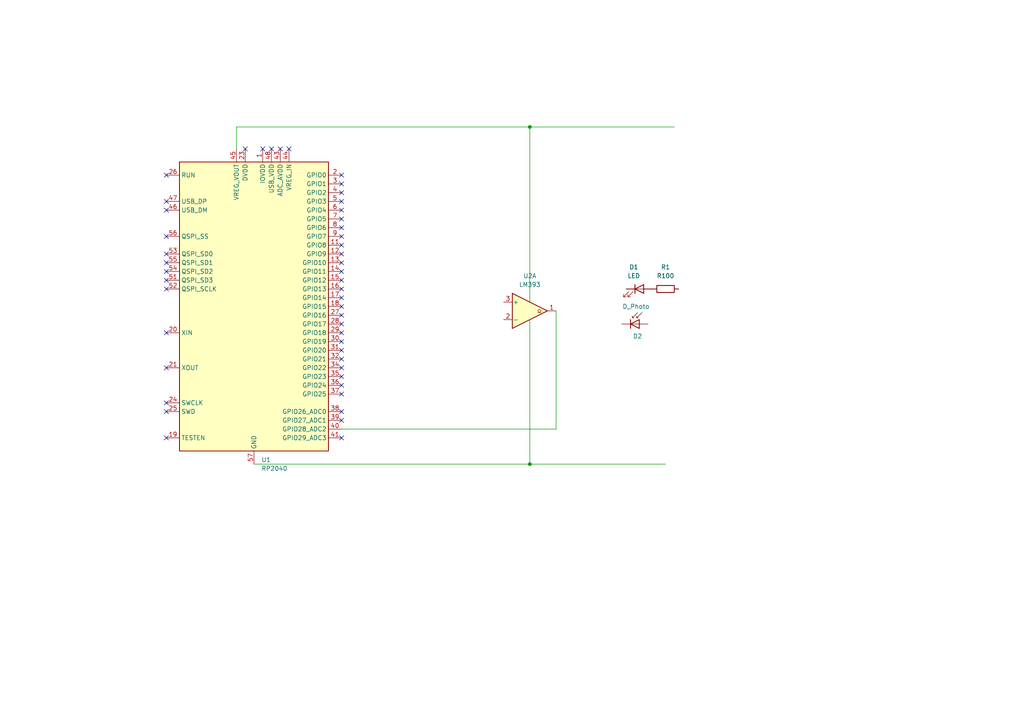
<source format=kicad_sch>
(kicad_sch (version 20250114) (generator "eeschema") (generator_version "9.0")
  (paper "A4")
  (lib_symbols
    (symbol "Comparator:LM393" (pin_names (offset 0.127))
      (property "Reference" "U" (at 3.81 3.81 0))
      (property "Value" "LM393" (at 6.35 -3.81 0))
      (symbol "LM393_1_1"
        (polyline (pts (xy -5.08 5.08) (xy 5.08 0) (xy -5.08 -5.08) (xy -5.08 5.08)) (stroke (width 0.254)) (fill (type background)))
        (polyline (pts (xy 3.302 -0.508) (xy 2.794 -0.508) (xy 3.302 0) (xy 2.794 0.508) (xy 2.286 0) (xy 2.794 -0.508) (xy 2.286 -0.508)) (stroke (width 0.127)))
        (pin input line (at -7.62 2.54 0) (length 2.54) (name "+") (number "3"))
        (pin input line (at -7.62 -2.54 0) (length 2.54) (name "-") (number "2"))
        (pin open_collector line (at 7.62 0 180) (length 2.54) (name "~") (number "1"))
      )
      (symbol "LM393_2_1"
        (polyline (pts (xy -5.08 5.08) (xy 5.08 0) (xy -5.08 -5.08) (xy -5.08 5.08)) (stroke (width 0.254)) (fill (type background)))
        (polyline (pts (xy 3.302 -0.508) (xy 2.794 -0.508) (xy 3.302 0) (xy 2.794 0.508) (xy 2.286 0) (xy 2.794 -0.508) (xy 2.286 -0.508)) (stroke (width 0.127)))
        (pin input line (at -7.62 2.54 0) (length 2.54) (name "+") (number "5"))
        (pin input line (at -7.62 -2.54 0) (length 2.54) (name "-") (number "6"))
        (pin open_collector line (at 7.62 0 180) (length 2.54) (name "~") (number "7"))
      )
      (symbol "LM393_3_1"
        (pin power_in line (at -2.54 7.62 270) (length 3.81) (name "V+") (number "8"))
        (pin power_in line (at -2.54 -7.62 90) (length 3.81) (name "V-") (number "4"))
      )
    )
    (symbol "Device:D_Photo" (pin_numbers (hide yes)) (pin_names (hide yes))
      (property "Reference" "D" (at 0.508 1.778 0))
      (property "Value" "D_Photo" (at -1.016 -2.794 0))
      (symbol "D_Photo_0_1"
        (polyline (pts (xy -2.54 1.27) (xy -2.54 -1.27)) (stroke (width 0.254)))
        (polyline (pts (xy -2.032 1.778) (xy -1.524 1.778)))
        (polyline (pts (xy -0.508 3.302) (xy -2.032 1.778) (xy -2.032 2.286)))
        (polyline (pts (xy 0 0) (xy -2.54 0)))
        (polyline (pts (xy 0 -1.27) (xy 0 1.27) (xy -2.54 0) (xy 0 -1.27)) (stroke (width 0.254)))
        (polyline (pts (xy 0.762 3.302) (xy -0.762 1.778) (xy -0.762 2.286) (xy -0.762 1.778) (xy -0.254 1.778)))
      )
      (symbol "D_Photo_1_1"
        (pin passive line (at -5.08 0 0) (length 2.54) (name "K") (number "1"))
        (pin passive line (at 2.54 0 180) (length 2.54) (name "A") (number "2"))
      )
    )
    (symbol "Device:LED" (pin_numbers (hide yes)) (pin_names (offset 1.016) (hide yes))
      (property "Reference" "D" (at 0 2.54 0))
      (property "Value" "LED" (at 0 -6.35 0))
      (symbol "LED_0_1"
        (polyline (pts (xy -3.048 -4.572) (xy -4.572 -6.096) (xy -3.81 -6.096) (xy -4.572 -6.096) (xy -4.572 -5.334)))
        (polyline (pts (xy -1.778 -4.572) (xy -3.302 -6.096) (xy -2.54 -6.096) (xy -3.302 -6.096) (xy -3.302 -5.334)))
        (polyline (pts (xy -1.27 -3.81) (xy 1.27 -3.81)))
        (polyline (pts (xy -1.27 -5.08) (xy -1.27 -2.54)) (stroke (width 0.254)))
        (polyline (pts (xy 1.27 -5.08) (xy 1.27 -2.54) (xy -1.27 -3.81) (xy 1.27 -5.08)) (stroke (width 0.254)))
      )
      (symbol "LED_1_1"
        (pin passive line (at -3.81 -3.81 0) (length 2.54) (name "K") (number "1"))
        (pin passive line (at 3.81 -3.81 180) (length 2.54) (name "A") (number "2"))
      )
    )
    (symbol "Device:R" (pin_numbers (hide yes)) (pin_names (offset 0))
      (property "Reference" "R" (at 0 -2.032 0))
      (property "Value" "R" (at 0 0 0))
      (symbol "R_0_1"
        (rectangle (start -2.54 1.016) (end 2.54 -1.016) (stroke (width 0.254)))
      )
      (symbol "R_1_1"
        (pin passive line (at -3.81 0 0) (length 1.27) (name "~") (number "2"))
        (pin passive line (at 3.81 0 180) (length 1.27) (name "~") (number "1"))
      )
    )
    (symbol "MCU_RaspberryPi:RP2040"
      (property "Reference" "U" (at 17.78 45.72 0))
      (property "Value" "RP2040" (at 17.78 43.18 0))
      (symbol "RP2040_0_1"
        (rectangle (start -21.59 41.91) (end 21.59 -41.91) (stroke (width 0.254)) (fill (type background)))
      )
      (symbol "RP2040_1_1"
        (pin input line (at -25.4 38.1 0) (length 3.81) (name "RUN") (number "26"))
        (pin bidirectional line (at -25.4 30.48 0) (length 3.81) (name "USB_DP") (number "47"))
        (pin bidirectional line (at -25.4 27.94 0) (length 3.81) (name "USB_DM") (number "46"))
        (pin bidirectional line (at -25.4 20.32 0) (length 3.81) (name "QSPI_SS") (number "56"))
        (pin bidirectional line (at -25.4 15.24 0) (length 3.81) (name "QSPI_SD0") (number "53"))
        (pin bidirectional line (at -25.4 12.7 0) (length 3.81) (name "QSPI_SD1") (number "55"))
        (pin bidirectional line (at -25.4 10.16 0) (length 3.81) (name "QSPI_SD2") (number "54"))
        (pin bidirectional line (at -25.4 7.62 0) (length 3.81) (name "QSPI_SD3") (number "51"))
        (pin output line (at -25.4 5.08 0) (length 3.81) (name "QSPI_SCLK") (number "52"))
        (pin input line (at -25.4 -7.62 0) (length 3.81) (name "XIN") (number "20"))
        (pin passive line (at -25.4 -17.78 0) (length 3.81) (name "XOUT") (number "21"))
        (pin input line (at -25.4 -27.94 0) (length 3.81) (name "SWCLK") (number "24"))
        (pin bidirectional line (at -25.4 -30.48 0) (length 3.81) (name "SWD") (number "25"))
        (pin input line (at -25.4 -38.1 0) (length 3.81) (name "TESTEN") (number "19"))
        (pin power_out line (at -5.08 45.72 270) (length 3.81) (name "VREG_VOUT") (number "45"))
        (pin power_in line (at -2.54 45.72 270) (length 3.81) (name "DVDD") (number "23"))
        (pin passive line (at -2.54 45.72 270) (length 3.81) (hide yes) (name "DVDD") (number "50"))
        (pin power_in line (at 0 -45.72 90) (length 3.81) (name "GND") (number "57"))
        (pin power_in line (at 2.54 45.72 270) (length 3.81) (name "IOVDD") (number "1"))
        (pin passive line (at 2.54 45.72 270) (length 3.81) (hide yes) (name "IOVDD") (number "10"))
        (pin passive line (at 2.54 45.72 270) (length 3.81) (hide yes) (name "IOVDD") (number "22"))
        (pin passive line (at 2.54 45.72 270) (length 3.81) (hide yes) (name "IOVDD") (number "33"))
        (pin passive line (at 2.54 45.72 270) (length 3.81) (hide yes) (name "IOVDD") (number "42"))
        (pin passive line (at 2.54 45.72 270) (length 3.81) (hide yes) (name "IOVDD") (number "49"))
        (pin power_in line (at 5.08 45.72 270) (length 3.81) (name "USB_VDD") (number "48"))
        (pin power_in line (at 7.62 45.72 270) (length 3.81) (name "ADC_AVDD") (number "43"))
        (pin power_in line (at 10.16 45.72 270) (length 3.81) (name "VREG_IN") (number "44"))
        (pin bidirectional line (at 25.4 38.1 180) (length 3.81) (name "GPIO0") (number "2"))
        (pin bidirectional line (at 25.4 35.56 180) (length 3.81) (name "GPIO1") (number "3"))
        (pin bidirectional line (at 25.4 33.02 180) (length 3.81) (name "GPIO2") (number "4"))
        (pin bidirectional line (at 25.4 30.48 180) (length 3.81) (name "GPIO3") (number "5"))
        (pin bidirectional line (at 25.4 27.94 180) (length 3.81) (name "GPIO4") (number "6"))
        (pin bidirectional line (at 25.4 25.4 180) (length 3.81) (name "GPIO5") (number "7"))
        (pin bidirectional line (at 25.4 22.86 180) (length 3.81) (name "GPIO6") (number "8"))
        (pin bidirectional line (at 25.4 20.32 180) (length 3.81) (name "GPIO7") (number "9"))
        (pin bidirectional line (at 25.4 17.78 180) (length 3.81) (name "GPIO8") (number "11"))
        (pin bidirectional line (at 25.4 15.24 180) (length 3.81) (name "GPIO9") (number "12"))
        (pin bidirectional line (at 25.4 12.7 180) (length 3.81) (name "GPIO10") (number "13"))
        (pin bidirectional line (at 25.4 10.16 180) (length 3.81) (name "GPIO11") (number "14"))
        (pin bidirectional line (at 25.4 7.62 180) (length 3.81) (name "GPIO12") (number "15"))
        (pin bidirectional line (at 25.4 5.08 180) (length 3.81) (name "GPIO13") (number "16"))
        (pin bidirectional line (at 25.4 2.54 180) (length 3.81) (name "GPIO14") (number "17"))
        (pin bidirectional line (at 25.4 0 180) (length 3.81) (name "GPIO15") (number "18"))
        (pin bidirectional line (at 25.4 -2.54 180) (length 3.81) (name "GPIO16") (number "27"))
        (pin bidirectional line (at 25.4 -5.08 180) (length 3.81) (name "GPIO17") (number "28"))
        (pin bidirectional line (at 25.4 -7.62 180) (length 3.81) (name "GPIO18") (number "29"))
        (pin bidirectional line (at 25.4 -10.16 180) (length 3.81) (name "GPIO19") (number "30"))
        (pin bidirectional line (at 25.4 -12.7 180) (length 3.81) (name "GPIO20") (number "31"))
        (pin bidirectional line (at 25.4 -15.24 180) (length 3.81) (name "GPIO21") (number "32"))
        (pin bidirectional line (at 25.4 -17.78 180) (length 3.81) (name "GPIO22") (number "34"))
        (pin bidirectional line (at 25.4 -20.32 180) (length 3.81) (name "GPIO23") (number "35"))
        (pin bidirectional line (at 25.4 -22.86 180) (length 3.81) (name "GPIO24") (number "36"))
        (pin bidirectional line (at 25.4 -25.4 180) (length 3.81) (name "GPIO25") (number "37"))
        (pin bidirectional line (at 25.4 -30.48 180) (length 3.81) (name "GPIO26_ADC0") (number "38"))
        (pin bidirectional line (at 25.4 -33.02 180) (length 3.81) (name "GPIO27_ADC1") (number "39"))
        (pin bidirectional line (at 25.4 -35.56 180) (length 3.81) (name "GPIO28_ADC2") (number "40"))
        (pin bidirectional line (at 25.4 -38.1 180) (length 3.81) (name "GPIO29_ADC3") (number "41"))
      )
    )
  )
  (junction (at 153.67 36.83))
  (junction (at 153.67 134.62))
  (no_connect (at 48.26 119.38))
  (no_connect (at 99.06 68.58))
  (no_connect (at 99.06 78.74))
  (no_connect (at 99.06 81.28))
  (no_connect (at 48.26 83.82))
  (no_connect (at 83.82 43.18))
  (no_connect (at 99.06 91.44))
  (no_connect (at 99.06 71.12))
  (no_connect (at 99.06 86.36))
  (no_connect (at 76.2 43.18))
  (no_connect (at 99.06 127))
  (no_connect (at 99.06 60.96))
  (no_connect (at 99.06 50.8))
  (no_connect (at 48.26 50.8))
  (no_connect (at 99.06 58.42))
  (no_connect (at 99.06 83.82))
  (no_connect (at 99.06 119.38))
  (no_connect (at 99.06 99.06))
  (no_connect (at 81.28 43.18))
  (no_connect (at 99.06 66.04))
  (no_connect (at 99.06 109.22))
  (no_connect (at 71.12 43.18))
  (no_connect (at 99.06 96.52))
  (no_connect (at 48.26 76.2))
  (no_connect (at 99.06 63.5))
  (no_connect (at 99.06 88.9))
  (no_connect (at 48.26 58.42))
  (no_connect (at 48.26 96.52))
  (no_connect (at 99.06 55.88))
  (no_connect (at 48.26 81.28))
  (no_connect (at 48.26 106.68))
  (no_connect (at 48.26 68.58))
  (no_connect (at 48.26 60.96))
  (no_connect (at 99.06 121.92))
  (no_connect (at 48.26 78.74))
  (no_connect (at 48.26 127))
  (no_connect (at 99.06 104.14))
  (no_connect (at 99.06 73.66))
  (no_connect (at 99.06 111.76))
  (no_connect (at 99.06 106.68))
  (no_connect (at 99.06 93.98))
  (no_connect (at 99.06 53.34))
  (no_connect (at 48.26 73.66))
  (no_connect (at 99.06 76.2))
  (no_connect (at 99.06 101.6))
  (no_connect (at 48.26 116.84))
  (no_connect (at 99.06 114.3))
  (no_connect (at 78.74 43.18))
  (wire (pts (xy 73.66 134.62) (xy 153.67 134.62)))
  (wire (pts (xy 68.58 43.18) (xy 68.58 36.83)))
  (wire (pts (xy 161.29 124.46) (xy 99.06 124.46)))
  (wire (pts (xy 153.67 92.71) (xy 153.67 134.62)))
  (wire (pts (xy 161.29 90.17) (xy 161.29 124.46)))
  (wire (pts (xy 153.67 134.62) (xy 193.04 134.62)))
  (wire (pts (xy 153.67 36.83) (xy 153.67 87.63)))
  (wire (pts (xy 68.58 36.83) (xy 153.67 36.83)))
  (wire (pts (xy 153.67 36.83) (xy 195.58 36.83)))
  (symbol (lib_id "MCU_RaspberryPi:RP2040") (at 73.66 88.9 0) (unit 1)
    (property "Reference" "U1" (at 75.8033 133.35 0) (effects (justify left)))
    (property "Value" "RP2040" (at 75.8033 135.89 0) (effects (justify left)))
    (property "Footprint" "Package_DFN_QFN:QFN-56-1EP_7x7mm_P0.4mm_EP3.2x3.2mm" (effects (hide yes)))
    (property "Datasheet" "https://datasheets.raspberrypi.com/rp2040/rp2040-datasheet.pdf" (effects (hide yes)))
    (property "Description" "A microcontroller by Raspberry Pi" (effects (hide yes)))
  )
  (symbol (lib_id "Device:LED") (at 185.42 80.01 0) (unit 1)
    (property "Reference" "D1" (at 183.8325 77.47 0))
    (property "Value" "LED" (at 183.8325 80.01 0))
    (property "Description" "Light emitting diode" (effects (hide yes)))
    (property "Sim.Pins" "1=K 2=A" (effects (hide yes)))
  )
  (symbol (lib_id "Device:R") (at 193.04 83.82 0) (unit 1)
    (property "Reference" "R1" (at 193.04 77.47 0))
    (property "Value" "R100" (at 193.04 80.01 0))
    (property "Description" "Resistor" (effects (hide yes)))
  )
  (symbol (lib_id "Comparator:LM393") (at 153.67 90.17 0) (unit 1)
    (property "Reference" "U2" (at 153.67 80.01 0))
    (property "Value" "LM393" (at 153.67 82.55 0))
    (property "Datasheet" "http://www.ti.com/lit/ds/symlink/lm393.pdf" (effects (hide yes)))
    (property "Description" "Low-Power, Low-Offset Voltage, Dual Comparators, DIP-8/SOIC-8/TO-99-8" (effects (hide yes)))
  )
  (symbol (lib_id "Device:D_Photo") (at 185.42 93.98 0) (unit 1)
    (property "Reference" "D2" (at 184.912 97.536 0))
    (property "Value" "D_Photo" (at 184.4675 88.9 0))
    (property "Description" "Photodiode" (effects (hide yes)))
  )
)
</source>
